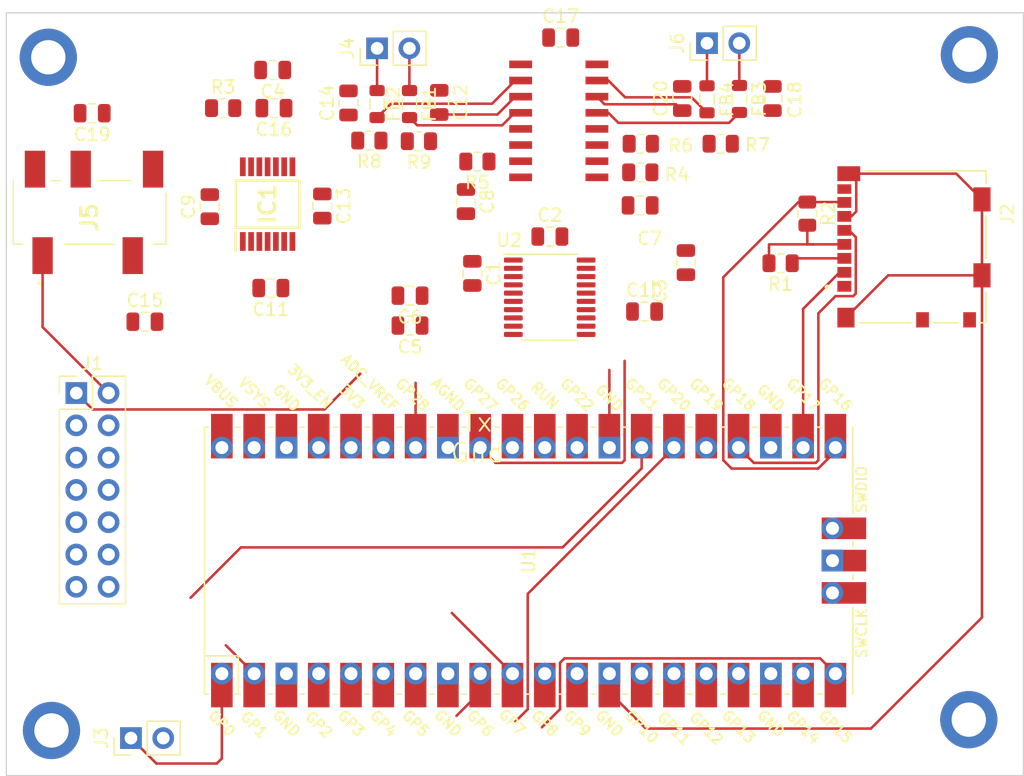
<source format=kicad_pcb>
(kicad_pcb (version 20221018) (generator pcbnew)
  (layers (0 "F.Cu" signal) (31 "B.Cu" signal) (34 "B.Paste" user) (35 "F.Paste" user) (36 "B.SilkS" user "B.Silkscreen") (37 "F.SilkS" user "F.Silkscreen") (38 "B.Mask" user) (39 "F.Mask" user) (44 "Edge.Cuts" user))
  (net 0 "")
  (net 1 "GND")
  (net 2 "SD_SPI_CLK")
  (net 3 "SD_CS")
  (net 4 "ROT_1")
  (net 5 "ROT_2")
  (net 6 "ROT_BUTTON")
  (net 7 "SD_SPI_MOSI")
  (net 8 "SD_SPI_MISO")
  (net 9 "IO_6")
  (net 10 "KEY3")
  (net 11 "IO_5")
  (net 12 "KEY2")
  (net 13 "IO_4")
  (net 14 "KEY0")
  (net 15 "Net-(C8-Pad1)")
  (net 17 "IO_1")
  (net 29 "DBG_TX")
  (net 32 "I2S_SCLK")
  (net 33 "I2S_LRCK")
  (net 34 "I2S_DATA")
  (net 35 "LINE_OUT_R")
  (net 36 "LINE_OUT_L")
  (net 37 "Net-(J6-Pin_2)")
  (net 38 "Net-(J6-Pin_1)")
  (net 40 "HP_DET")
  (net 41 "+3V3")
  (net 42 "IO_3")
  (net 43 "IO_2")
  (net 44 "Net-(IC1-CN)")
  (net 45 "Net-(IC1-CP)")
  (net 46 "HP_OUTR")
  (net 47 "Net-(IC1-VSS)")
  (net 48 "HP_OUTL")
  (net 49 "Net-(IC1--IN_L)")
  (net 50 "Net-(IC1--IN_R)")
  (net 53 "Net-(IC1-GAIN)")
  (net 54 "Net-(U2-CAPP)")
  (net 55 "Net-(U2-CAPM)")
  (net 56 "Net-(U2-VNEG)")
  (net 57 "Net-(U2-LDOO)")
  (net 58 "Net-(C7-Pad1)")
  (net 59 "Net-(U3-VREF)")
  (net 60 "Net-(J4-Pin_2)")
  (net 61 "Net-(J4-Pin_1)")
  (net 62 "Net-(C15-Pad1)")
  (net 63 "Net-(C19-Pad2)")
  (net 64 "Net-(U3-OUTLP)")
  (net 65 "Net-(U3-OUTLN)")
  (net 66 "Net-(U3-OUTRP)")
  (net 67 "Net-(U3-OUTRN)")
  (net 72 "Net-(U3-INR)")
  (net 73 "Net-(U3-INL)")
  (net 74 "Net-(U3-VOL)")
  (net 75 "Net-(U3-#SHDN)")
  (footprint "sdcard-libs:MOLEX_104031-0811" (layer "F.Cu") (at 164.1125 91.01 -90)
    (fp_text reference "J2")
    (fp_text value "104031-0811")
  )
  (footprint "Inductor_SMD:L_0805_2012Metric" (layer "F.Cu") (at 147.86 79.405 -90)
    (fp_text reference "FB4")
    (fp_text value "FB0805" hide)
  )
  (footprint "Capacitor_SMD:C_0805_2012Metric" (layer "F.Cu") (at 129.4 93.1 -90)
    (fp_text reference "C1")
    (fp_text value "2.2uF" hide)
  )
  (footprint "Capacitor_SMD:C_0805_2012Metric" (layer "F.Cu") (at 126.8 79.65 -90)
    (fp_text reference "C12")
    (fp_text value "270pF" hide)
  )
  (footprint "MountingHole:MountingHole_2.7mm_M2.5_ISO14580_Pad" (layer "F.Cu") (at 168.45 128.2)
    (fp_text reference "H3" hide)
    (fp_text value "MountingHole" hide)
  )
  (footprint "audio:SO16" (layer "F.Cu") (at 136.2 81.1 -90)
    (fp_text reference "U3")
    (fp_text value "PAM8003")
  )
  (footprint "Resistor_SMD:R_0805_2012Metric" (layer "F.Cu") (at 125.2 82.7 180)
    (fp_text reference "R9")
    (fp_text value "0K")
  )
  (footprint "Resistor_SMD:R_0805_2012Metric" (layer "F.Cu") (at 155.75 88.4 -90)
    (fp_text reference "R2")
    (fp_text value "10K" hide)
  )
  (footprint "audio:SOP65P640X120-14N" (layer "F.Cu") (at 113.3 87.65 90)
    (fp_text reference "IC1")
    (fp_text value "TPA6139A2PWR" hide)
  )
  (footprint "Package_SO:TSSOP-20_4.4x6.5mm_P0.65mm" (layer "F.Cu") (at 135.4875 94.975)
    (fp_text reference "U2")
    (fp_text value "PCM5102A" hide)
  )
  (footprint "Connector_PinHeader_2.54mm:PinHeader_2x07_P2.54mm_Vertical" (layer "F.Cu") (at 98.25 102.51)
    (fp_text reference "J1")
    (fp_text value "buttons")
  )
  (footprint "Capacitor_SMD:C_0805_2012Metric" (layer "F.Cu") (at 145.91 79.3425 90)
    (fp_text reference "C20")
    (fp_text value "270pF" hide)
  )
  (footprint "MCU_RaspberryPi_and_Boards:RPi_Pico_SMD_TH" (layer "F.Cu") (at 133.83 115.69 90)
    (fp_text reference "U1")
    (fp_text value "Pico")
  )
  (footprint "MountingHole:MountingHole_2.7mm_M2.5_ISO14580_Pad" (layer "F.Cu") (at 96.3 129.05)
    (fp_text reference "H4" hide)
    (fp_text value "MountingHole" hide)
  )
  (footprint "MountingHole:MountingHole_2.7mm_M2.5_ISO14580_Pad" (layer "F.Cu") (at 168.5 75.9)
    (fp_text reference "H2" hide)
    (fp_text value "MountingHole" hide)
  )
  (footprint "Inductor_SMD:L_0805_2012Metric" (layer "F.Cu") (at 150.41 79.38 -90)
    (fp_text reference "FB3")
    (fp_text value "FB0805" hide)
  )
  (footprint "Capacitor_SMD:C_0805_2012Metric" (layer "F.Cu") (at 119.66 79.6925 90)
    (fp_text reference "C14")
    (fp_text value "270pF" hide)
  )
  (footprint "Capacitor_SMD:C_0805_2012Metric" (layer "F.Cu") (at 124.5 97.2 180)
    (fp_text reference "C5")
    (fp_text value "2.2uF" hide)
  )
  (footprint "Inductor_SMD:L_0805_2012Metric" (layer "F.Cu") (at 121.91 79.78 -90)
    (fp_text reference "FB2")
    (fp_text value "FB0805" hide)
  )
  (footprint "Inductor_SMD:L_0805_2012Metric" (layer "F.Cu") (at 124.46 79.78 -90)
    (fp_text reference "FB1")
    (fp_text value "FB0805" hide)
  )
  (footprint "Resistor_SMD:R_0805_2012Metric" (layer "F.Cu") (at 121.3 82.65 180)
    (fp_text reference "R8")
    (fp_text value "100K" hide)
  )
  (footprint "Connector_PinHeader_2.54mm:PinHeader_1x02_P2.54mm_Vertical" (layer "F.Cu") (at 147.86 74.9925 90)
    (fp_text reference "J6")
    (fp_text value "SPK_RIGHT")
  )
  (footprint "Resistor_SMD:R_0805_2012Metric" (layer "F.Cu") (at 142.6125 85.15)
    (fp_text reference "R4")
    (fp_text value "10k" hide)
  )
  (footprint "Capacitor_SMD:C_0805_2012Metric" (layer "F.Cu") (at 153.01 79.3425 -90)
    (fp_text reference "C18")
    (fp_text value "270pF" hide)
  )
  (footprint "Connector_PinHeader_2.54mm:PinHeader_1x02_P2.54mm_Vertical" (layer "F.Cu") (at 102.55 129.65 90)
    (fp_text reference "J3")
    (fp_text value "DBG_TX")
  )
  (footprint "Capacitor_SMD:C_0805_2012Metric" (layer "F.Cu") (at 128.9 87.45 -90)
    (fp_text reference "C8")
    (fp_text value "1uF" hide)
  )
  (footprint "Capacitor_SMD:C_0805_2012Metric" (layer "F.Cu") (at 142.95 96.1)
    (fp_text reference "C10")
    (fp_text value "1uF" hide)
  )
  (footprint "Capacitor_SMD:C_0805_2012Metric" (layer "F.Cu") (at 113.8 80.1 180)
    (fp_text reference "C16")
    (fp_text value "47uF/6.3V/20%/X5R/C0805" hide)
  )
  (footprint "Capacitor_SMD:C_0805_2012Metric" (layer "F.Cu") (at 136.35 74.55)
    (fp_text reference "C17")
    (fp_text value "100nF/50V/20%/Y5V/C0603" hide)
  )
  (footprint "Connector_PinHeader_2.54mm:PinHeader_1x02_P2.54mm_Vertical" (layer "F.Cu") (at 121.91 75.3925 90)
    (fp_text reference "J4")
    (fp_text value "SPK_LEFT")
  )
  (footprint "Capacitor_SMD:C_0805_2012Metric" (layer "F.Cu") (at 135.5 90.2)
    (fp_text reference "C2")
    (fp_text value "2.2uF" hide)
  )
  (footprint "Capacitor_SMD:C_0805_2012Metric" (layer "F.Cu") (at 146.2 92.25 90)
    (fp_text reference "C3")
    (fp_text value "100nF" hide)
  )
  (footprint "Capacitor_SMD:C_0805_2012Metric" (layer "F.Cu") (at 113.7 77.1 180)
    (fp_text reference "C4")
    (fp_text value "1uF" hide)
  )
  (footprint "Capacitor_SMD:C_0805_2012Metric" (layer "F.Cu") (at 113.55 94.25 180)
    (fp_text reference "C11")
    (fp_text value "1uF" hide)
  )
  (footprint "Capacitor_SMD:C_0805_2012Metric" (layer "F.Cu") (at 124.5 94.85 180)
    (fp_text reference "C6")
    (fp_text value "2.2uF" hide)
  )
  (footprint "Capacitor_SMD:C_0805_2012Metric" (layer "F.Cu") (at 99.5 80.5 180)
    (fp_text reference "C19")
    (fp_text value "47uF" hide)
  )
  (footprint "Capacitor_SMD:C_0805_2012Metric" (layer "F.Cu") (at 117.6 87.8 -90)
    (fp_text reference "C13")
    (fp_text value "47uF/6.3V/20%/X5R/C0805" hide)
  )
  (footprint "Resistor_SMD:R_0805_2012Metric" (layer "F.Cu") (at 129.8 84.3 180)
    (fp_text reference "R5")
    (fp_text value "10k" hide)
  )
  (footprint "MountingHole:MountingHole_2.7mm_M2.5_ISO14580_Pad" (layer "F.Cu") (at 96.05 76.1)
    (fp_text reference "H1" hide)
    (fp_text value "MountingHole" hide)
  )
  (footprint "Capacitor_SMD:C_0805_2012Metric" (layer "F.Cu") (at 103.65 96.9)
    (fp_text reference "C15")
    (fp_text value "47uF" hide)
  )
  (footprint "Resistor_SMD:R_0805_2012Metric" (layer "F.Cu") (at 148.9375 82.9 180)
    (fp_text reference "R7")
    (fp_text value "1K(n.a.)" hide)
  )
  (footprint "Resistor_SMD:R_0805_2012Metric" (layer "F.Cu") (at 142.65 82.9 180)
    (fp_text reference "R6")
    (fp_text value "1K" hide)
  )
  (footprint "Resistor_SMD:R_0805_2012Metric" (layer "F.Cu") (at 109.8 80.1)
    (fp_text reference "R3")
    (fp_text value "49K" hide)
  )
  (footprint "Capacitor_SMD:C_0805_2012Metric" (layer "F.Cu") (at 108.75 87.85 90)
    (fp_text reference "C9")
    (fp_text value "1uF" hide)
  )
  (footprint "Capacitor_SMD:C_0805_2012Metric" (layer "F.Cu") (at 142.6 87.75 180)
    (fp_text reference "C7")
    (fp_text value "1uF" hide)
  )
  (footprint "Resistor_SMD:R_0805_2012Metric" (layer "F.Cu") (at 153.65 92.3 180)
    (fp_text reference "R1")
    (fp_text value "10K" hide)
  )
  (footprint "audio:PJ327USMT" (layer "F.Cu") (at 93.3 88.3 90)
    (fp_text reference "J5")
    (fp_text value "PJ-327U-SMT" hide)
  )
  (gr_rect (start 92.75 72.6) (end 172.75 132.6) (stroke (width 0.1)) (fill none) (layer "Edge.Cuts"))
  (gr_text "Tx\nGnd" (at 129.794 106) (layer "F.SilkS") (effects (font (size 1.5 1.5))))
  (segment (start 131.373944 80.6) (end 132.776404 79.19754) (width 0.2) (layer "F.Cu") (net 1))
  (segment (start 167.4625 85.255) (end 169.4875 87.28) (width 0.2) (layer "F.Cu") (net 1))
  (segment (start 145.91 80.2925) (end 145.414148 79.796648) (width 0.2) (layer "F.Cu") (net 1))
  (segment (start 160.75 128.9) (end 169.4875 120.1625) (width 0.2) (layer "F.Cu") (net 1))
  (segment (start 158.7875 96.575) (end 162.1125 93.25) (width 0.2) (layer "F.Cu") (net 1))
  (segment (start 159.5975 88.23) (end 159.5975 85.84) (width 0.2) (layer "F.Cu") (net 1))
  (segment (start 145.414148 79.796648) (end 139.798848 79.796648) (width 0.2) (layer "F.Cu") (net 1))
  (segment (start 140.18 126.034976) (end 143.045024 128.9) (width 0.2) (layer "F.Cu") (net 1))
  (segment (start 140.18 124.58) (end 140.18 126.034976) (width 0.2) (layer "F.Cu") (net 1))
  (segment (start 169.4875 120.1625) (end 169.4875 93.25) (width 0.2) (layer "F.Cu") (net 1))
  (segment (start 140.18 106.8) (end 140.18 100.6925) (width 0.2) (layer "F.Cu") (net 1))
  (segment (start 132.776404 79.19754) (end 133.20026 79.19754) (width 0.2) (layer "F.Cu") (net 1))
  (segment (start 169.4875 93.25) (end 169.4875 87.28) (width 0.2) (layer "F.Cu") (net 1))
  (segment (start 95.6 97.32) (end 95.6 91.7) (width 0.2) (layer "F.Cu") (net 1))
  (segment (start 140.18 105.345024) (end 140.18 106.8) (width 0.2) (layer "F.Cu") (net 1))
  (segment (start 139.798848 79.796648) (end 139.19974 79.19754) (width 0.2) (layer "F.Cu") (net 1))
  (segment (start 158.6625 88.615) (end 159.2125 88.615) (width 0.2) (layer "F.Cu") (net 1))
  (segment (start 162.1125 93.25) (end 169.4875 93.25) (width 0.2) (layer "F.Cu") (net 1))
  (segment (start 159.5975 85.84) (end 159.0125 85.255) (width 0.2) (layer "F.Cu") (net 1))
  (segment (start 159.2125 88.615) (end 159.5975 88.23) (width 0.2) (layer "F.Cu") (net 1))
  (segment (start 143.045024 128.9) (end 160.75 128.9) (width 0.2) (layer "F.Cu") (net 1))
  (segment (start 100.79 102.51) (end 95.6 97.32) (width 0.2) (layer "F.Cu") (net 1))
  (segment (start 126.8 80.6) (end 131.373944 80.6) (width 0.2) (layer "F.Cu") (net 1))
  (segment (start 159.0125 85.255) (end 167.4625 85.255) (width 0.2) (layer "F.Cu") (net 1))
  (segment (start 127.48 106.8) (end 127.48 105.345024) (width 0.2) (layer "F.Cu") (net 1))
  (segment (start 159.5625 90.245024) (end 159.5625 94.684976) (width 0.2) (layer "F.Cu") (net 2))
  (segment (start 159.032476 89.715) (end 159.5625 90.245024) (width 0.2) (layer "F.Cu") (net 2))
  (segment (start 156.414976 108) (end 151.54 108) (width 0.2) (layer "F.Cu") (net 2))
  (segment (start 151.54 108) (end 150.34 106.8) (width 0.2) (layer "F.Cu") (net 2))
  (segment (start 158.6625 89.715) (end 159.032476 89.715) (width 0.2) (layer "F.Cu") (net 2))
  (segment (start 156.62 107.794976) (end 156.414976 108) (width 0.2) (layer "F.Cu") (net 2))
  (segment (start 157.967524 94.89) (end 156.62 96.237524) (width 0.2) (layer "F.Cu") (net 2))
  (segment (start 159.357476 94.89) (end 157.967524 94.89) (width 0.2) (layer "F.Cu") (net 2))
  (segment (start 159.5625 94.684976) (end 159.357476 94.89) (width 0.2) (layer "F.Cu") (net 2))
  (segment (start 156.62 96.237524) (end 156.62 107.794976) (width 0.2) (layer "F.Cu") (net 2))
  (segment (start 155.42 95.887524) (end 155.42 106.8) (width 0.2) (layer "F.Cu") (net 3))
  (segment (start 158.292524 93.015) (end 155.42 95.887524) (width 0.2) (layer "F.Cu") (net 3))
  (segment (start 158.6625 93.015) (end 158.292524 93.015) (width 0.2) (layer "F.Cu") (net 3))
  (segment (start 128.154976 127.9) (end 130.02 126.034976) (width 0.2) (layer "F.Cu") (net 4))
  (segment (start 130.02 126.034976) (end 130.02 124.58) (width 0.2) (layer "F.Cu") (net 4))
  (segment (start 127.79 119.81) (end 132.56 124.58) (width 0.2) (layer "F.Cu") (net 5))
  (segment (start 110.01 122.35) (end 112.24 124.58) (width 0.2) (layer "F.Cu") (net 6))
  (segment (start 154.9475 91.915) (end 154.5625 92.3) (width 0.2) (layer "F.Cu") (net 7))
  (segment (start 158.6625 91.915) (end 154.9475 91.915) (width 0.2) (layer "F.Cu") (net 7))
  (segment (start 155.75 87.4875) (end 158.635 87.4875) (width 0.2) (layer "F.Cu") (net 8))
  (segment (start 155.75 87.4875) (end 155.05 87.4875) (width 0.2) (layer "F.Cu") (net 8))
  (segment (start 149.14 93.3975) (end 149.14 107.794976) (width 0.2) (layer "F.Cu") (net 8))
  (segment (start 149.795024 108.45) (end 156.601372 108.45) (width 0.2) (layer "F.Cu") (net 8))
  (segment (start 149.14 107.794976) (end 149.795024 108.45) (width 0.2) (layer "F.Cu") (net 8))
  (segment (start 157.96 107.091372) (end 157.96 106.8) (width 0.2) (layer "F.Cu") (net 8))
  (segment (start 156.601372 108.45) (end 157.96 107.091372) (width 0.2) (layer "F.Cu") (net 8))
  (segment (start 158.635 87.4875) (end 158.6625 87.515) (width 0.2) (layer "F.Cu") (net 8))
  (segment (start 155.05 87.4875) (end 149.14 93.3975) (width 0.2) (layer "F.Cu") (net 8))
  (segment (start 134.874976 128.8) (end 136.3 127.374976) (width 0.2) (layer "F.Cu") (net 14))
  (segment (start 156.76 123.38) (end 157.96 124.58) (width 0.2) (layer "F.Cu") (net 14))
  (segment (start 136.3 123.725024) (end 136.645024 123.38) (width 0.2) (layer "F.Cu") (net 14))
  (segment (start 136.645024 123.38) (end 156.76 123.38) (width 0.2) (layer "F.Cu") (net 14))
  (segment (start 136.3 127.374976) (end 136.3 123.725024) (width 0.2) (layer "F.Cu") (net 14))
  (segment (start 104.55 131.65) (end 102.55 129.65) (width 0.2) (layer "F.Cu") (net 29))
  (segment (start 109.7 131.25) (end 109.3 131.65) (width 0.2) (layer "F.Cu") (net 29))
  (segment (start 109.7 124.58) (end 109.7 131.25) (width 0.2) (layer "F.Cu") (net 29))
  (segment (start 109.3 131.65) (end 104.55 131.65) (width 0.2) (layer "F.Cu") (net 29))
  (segment (start 132.35 106.59) (end 132.56 106.8) (width 0.2) (layer "F.Cu") (net 32))
  (segment (start 141.174976 108) (end 141.38 107.794976) (width 0.2) (layer "F.Cu") (net 33))
  (segment (start 141.38 107.794976) (end 141.38 99.98) (width 0.2) (layer "F.Cu") (net 33))
  (segment (start 130.02 106.8) (end 131.22 108) (width 0.2) (layer "F.Cu") (net 33))
  (segment (start 131.22 108) (end 141.174976 108) (width 0.2) (layer "F.Cu") (net 33))
  (segment (start 124.94 101.71) (end 124.94 106.8) (width 0.2) (layer "F.Cu") (net 34))
  (segment (start 150.4 78.3075) (end 150.41 78.3175) (width 0.2) (layer "F.Cu") (net 37))
  (segment (start 150.4 74.9925) (end 150.4 78.3075) (width 0.2) (layer "F.Cu") (net 37))
  (segment (start 147.86 74.9925) (end 147.86 78.3425) (width 0.2) (layer "F.Cu") (net 38))
  (segment (start 152.7375 90.85004) (end 152.77254 90.815) (width 0.2) (layer "F.Cu") (net 41))
  (segment (start 155.75 89.3125) (end 155.75 90.815) (width 0.2) (layer "F.Cu") (net 41))
  (segment (start 152.77254 90.815) (end 156.2 90.815) (width 0.2) (layer "F.Cu") (net 41))
  (segment (start 155.75 90.815) (end 156.2 90.815) (width 0.2) (layer "F.Cu") (net 41))
  (segment (start 156.2 90.815) (end 158.6625 90.815) (width 0.2) (layer "F.Cu") (net 41))
  (segment (start 152.7375 92.3) (end 152.7375 90.85004) (width 0.2) (layer "F.Cu") (net 41))
  (segment (start 99.54 103.8) (end 117.775 103.8) (width 0.2) (layer "F.Cu") (net 41))
  (segment (start 117.775 103.8) (end 120.5875 100.9875) (width 0.2) (layer "F.Cu") (net 41))
  (segment (start 119.86 101.715) (end 120.5875 100.9875) (width 0.2) (layer "F.Cu") (net 41))
  (segment (start 98.25 102.51) (end 99.54 103.8) (width 0.2) (layer "F.Cu") (net 41))
  (segment (start 133.76 118.3) (end 145.26 106.8) (width 0.2) (layer "F.Cu") (net 42))
  (segment (start 132.784976 128.35) (end 133.76 127.374976) (width 0.2) (layer "F.Cu") (net 42))
  (segment (start 133.76 127.374976) (end 133.76 118.3) (width 0.2) (layer "F.Cu") (net 42))
  (segment (start 136.5 114.65) (end 142.72 108.43) (width 0.2) (layer "F.Cu") (net 43))
  (segment (start 107.235344 118.614656) (end 111.2 114.65) (width 0.2) (layer "F.Cu") (net 43))
  (segment (start 111.2 114.65) (end 136.5 114.65) (width 0.2) (layer "F.Cu") (net 43))
  (segment (start 142.72 108.43) (end 142.72 106.8) (width 0.2) (layer "F.Cu") (net 43))
  (segment (start 124.45 78.7075) (end 124.46 78.7175) (width 0.2) (layer "F.Cu") (net 60))
  (segment (start 124.45 75.3925) (end 124.45 78.7075) (width 0.2) (layer "F.Cu") (net 60))
  (segment (start 121.91 75.3925) (end 121.91 78.7175) (width 0.2) (layer "F.Cu") (net 61))
  (segment (start 131.75 81.45) (end 132.73246 80.46754) (width 0.2) (layer "F.Cu") (net 64))
  (segment (start 125.0675 81.45) (end 131.75 81.45) (width 0.2) (layer "F.Cu") (net 64))
  (segment (start 132.73246 80.46754) (end 133.20026 80.46754) (width 0.2) (layer "F.Cu") (net 64))
  (segment (start 124.46 80.8425) (end 125.0675 81.45) (width 0.2) (layer "F.Cu") (net 64))
  (segment (start 121.91 80.8425) (end 123.0025 79.75) (width 0.2) (layer "F.Cu") (net 65))
  (segment (start 132.776404 77.92754) (end 133.20026 77.92754) (width 0.2) (layer "F.Cu") (net 65))
  (segment (start 123.0025 79.75) (end 130.953944 79.75) (width 0.2) (layer "F.Cu") (net 65))
  (segment (start 130.953944 79.75) (end 132.776404 77.92754) (width 0.2) (layer "F.Cu") (net 65))
  (segment (start 140.0989 80.46754) (end 139.19974 80.46754) (width 0.2) (layer "F.Cu") (net 66))
  (segment (start 140.88636 81.255) (end 140.0989 80.46754) (width 0.2) (layer "F.Cu") (net 66))
  (segment (start 149.5975 81.255) (end 140.88636 81.255) (width 0.2) (layer "F.Cu") (net 66))
  (segment (start 150.41 80.4425) (end 149.5975 81.255) (width 0.2) (layer "F.Cu") (net 66))
  (segment (start 147.86 80.4675) (end 146.6425 79.25) (width 0.2) (layer "F.Cu") (net 67))
  (segment (start 141.42136 79.25) (end 140.0989 77.92754) (width 0.2) (layer "F.Cu") (net 67))
  (segment (start 146.6425 79.25) (end 141.42136 79.25) (width 0.2) (layer "F.Cu") (net 67))
  (segment (start 140.0989 77.92754) (end 139.19974 77.92754) (width 0.2) (layer "F.Cu") (net 67))
)
</source>
